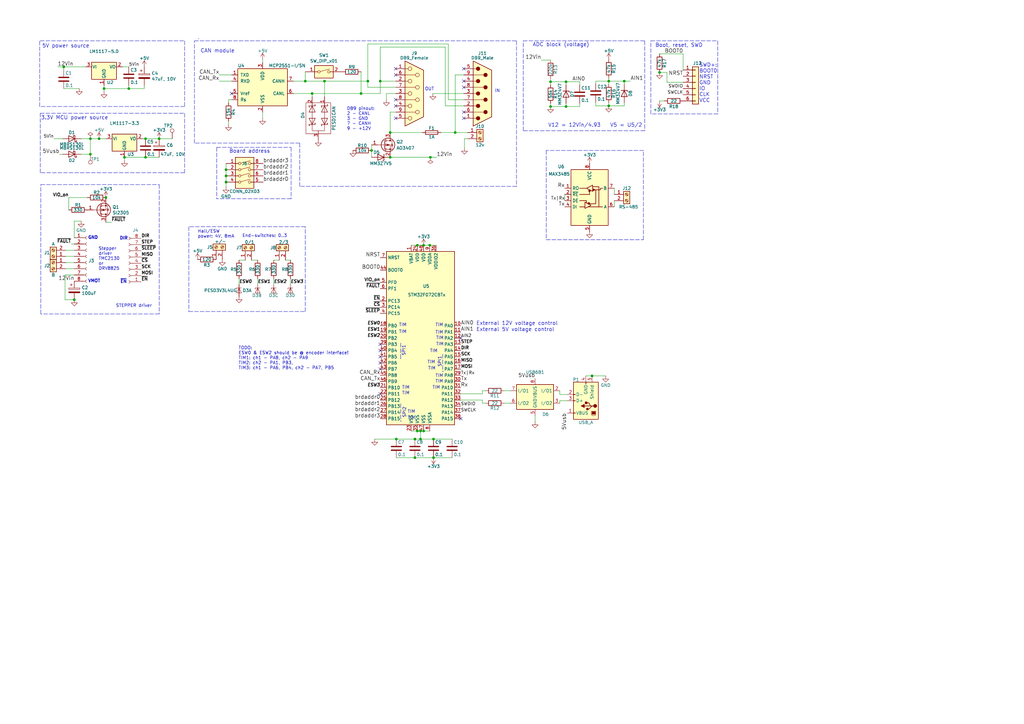
<source format=kicad_sch>
(kicad_sch (version 20211123) (generator eeschema)
  (paper "A3")
  (junction (at 186.69 54.356))
  (junction (at 125.222 33.274))
  (junction (at 232.156 33.528))
  (junction (at 256.032 33.274))
  (junction (at 52.832 36.322))
  (junction (at 37.084 63.246))
  (junction (at 160.02 64.516))
  (junction (at 40.64 56.896))
  (junction (at 43.434 81.026))
  (junction (at 225.806 33.528))
  (junction (at 133.096 33.274))
  (junction (at 171.196 176.784))
  (junction (at 150.876 33.274))
  (junction (at 59.69 64.516))
  (junction (at 92.71 74.676))
  (junction (at 148.082 38.354))
  (junction (at 242.824 154.178))
  (junction (at 128.016 38.354))
  (junction (at 232.156 43.688))
  (junction (at 177.8 187.706))
  (junction (at 171.196 100.584))
  (junction (at 249.682 43.434))
  (junction (at 172.466 180.086))
  (junction (at 170.18 187.706))
  (junction (at 270.51 29.718))
  (junction (at 172.466 176.784))
  (junction (at 173.736 100.584))
  (junction (at 92.71 69.596))
  (junction (at 170.18 180.086))
  (junction (at 173.736 176.784))
  (junction (at 176.276 100.584))
  (junction (at 249.682 33.274))
  (junction (at 65.278 56.896))
  (junction (at 155.956 33.274))
  (junction (at 162.56 180.086))
  (junction (at 30.48 122.936))
  (junction (at 160.02 54.356))
  (junction (at 59.69 56.896))
  (junction (at 152.4 61.722))
  (junction (at 37.084 56.896))
  (junction (at 42.672 36.322))
  (junction (at 177.8 180.086))
  (junction (at 26.162 27.432))
  (junction (at 92.71 72.136))
  (junction (at 51.054 64.516))
  (junction (at 225.806 43.688))
  (junction (at 176.53 64.516))
  (no_connect (at -73.914 42.672))
  (no_connect (at 162.306 48.514))
  (no_connect (at -53.594 40.132))
  (no_connect (at 162.306 43.434))
  (no_connect (at -53.594 37.592))
  (no_connect (at 190.246 35.814))
  (no_connect (at 155.956 141.224))
  (no_connect (at 155.956 146.304))
  (no_connect (at -73.914 35.052))
  (no_connect (at 190.246 28.194))
  (no_connect (at 162.306 28.194))
  (no_connect (at 155.956 148.844))
  (no_connect (at 155.956 151.384))
  (no_connect (at 188.976 138.684))
  (no_connect (at 190.246 48.514))
  (no_connect (at 447.04 290.83))
  (no_connect (at -53.594 42.672))
  (no_connect (at -53.594 35.052))
  (no_connect (at 447.04 303.53))
  (no_connect (at 155.956 143.764))
  (no_connect (at 447.04 309.88))
  (no_connect (at 94.996 38.354))
  (no_connect (at -73.914 37.592))
  (no_connect (at -73.914 40.132))
  (no_connect (at 162.306 30.734))
  (no_connect (at 162.306 40.894))
  (no_connect (at 190.246 33.274))
  (no_connect (at 190.246 45.974))
  (no_connect (at 155.956 161.544))
  (no_connect (at 188.976 171.704))
  (no_connect (at 447.04 297.18))
  (wire (pts (xy 182.626 19.304) (xy 182.626 43.434)))
  (polyline (pts (xy 16.764 128.778) (xy 16.764 75.692)))
  (wire (pts (xy 177.546 38.354) (xy 190.246 38.354)))
  (wire (pts (xy 107.696 45.974) (xy 107.696 48.514)))
  (polyline (pts (xy 75.692 16.764) (xy 75.692 43.688)))
  (wire (pts (xy 33.274 63.246) (xy 37.084 63.246)))
  (wire (pts (xy 182.626 43.434) (xy 190.246 43.434)))
  (wire (pts (xy 280.162 28.702) (xy 280.162 22.098)))
  (wire (pts (xy 229.616 161.798) (xy 232.664 161.798)))
  (wire (pts (xy 242.824 154.178) (xy 240.284 154.178)))
  (wire (pts (xy 26.924 107.696) (xy 30.48 107.696)))
  (wire (pts (xy 270.51 22.098) (xy 280.162 22.098)))
  (wire (pts (xy 152.4 59.436) (xy 152.4 61.722)))
  (polyline (pts (xy 77.47 92.964) (xy 77.47 127.762)))
  (wire (pts (xy 105.664 114.3) (xy 105.664 116.586)))
  (polyline (pts (xy 88.9 60.452) (xy 119.38 60.452)))
  (wire (pts (xy 171.196 176.784) (xy 172.466 176.784)))
  (wire (pts (xy 162.306 45.974) (xy 160.02 45.974)))
  (wire (pts (xy 42.672 36.322) (xy 42.672 37.592)))
  (wire (pts (xy 249.682 42.164) (xy 249.682 43.434)))
  (wire (pts (xy 197.866 164.084) (xy 188.976 164.084)))
  (wire (pts (xy 176.276 176.784) (xy 173.736 176.784)))
  (polyline (pts (xy 266.954 46.736) (xy 266.954 16.764)))
  (polyline (pts (xy 264.414 53.594) (xy 214.63 53.594)))
  (wire (pts (xy 172.466 176.784) (xy 173.736 176.784)))
  (wire (pts (xy 155.956 33.274) (xy 155.956 38.354)))
  (wire (pts (xy 176.53 64.516) (xy 179.07 64.516)))
  (wire (pts (xy 172.466 180.086) (xy 177.8 180.086)))
  (wire (pts (xy 177.8 180.086) (xy 185.42 180.086)))
  (wire (pts (xy 170.18 180.086) (xy 172.466 180.086)))
  (wire (pts (xy 249.682 32.004) (xy 249.682 33.274)))
  (wire (pts (xy 45.72 91.186) (xy 43.434 91.186)))
  (wire (pts (xy 225.806 33.528) (xy 225.806 34.798)))
  (wire (pts (xy 26.67 112.776) (xy 26.67 122.936)))
  (wire (pts (xy 160.02 45.974) (xy 160.02 54.356)))
  (wire (pts (xy 251.968 82.296) (xy 251.968 84.836)))
  (wire (pts (xy 186.69 30.734) (xy 186.69 54.356)))
  (wire (pts (xy 249.682 43.434) (xy 244.348 43.434)))
  (wire (pts (xy 232.156 34.798) (xy 232.156 33.528)))
  (wire (pts (xy 171.196 100.584) (xy 173.736 100.584)))
  (wire (pts (xy 225.806 32.258) (xy 225.806 33.528)))
  (wire (pts (xy 150.876 18.034) (xy 150.876 33.274)))
  (wire (pts (xy 158.496 38.354) (xy 158.496 40.894)))
  (wire (pts (xy 128.016 39.624) (xy 128.016 38.354)))
  (polyline (pts (xy 88.9 60.452) (xy 88.9 81.534)))
  (wire (pts (xy 128.016 38.354) (xy 148.082 38.354)))
  (wire (pts (xy 186.69 54.356) (xy 191.77 54.356)))
  (polyline (pts (xy 119.38 81.534) (xy 88.9 81.534)))
  (polyline (pts (xy 16.51 46.482) (xy 75.692 46.482)))
  (wire (pts (xy 29.21 100.076) (xy 30.48 100.076)))
  (wire (pts (xy 125.222 29.464) (xy 125.222 33.274)))
  (wire (pts (xy 231.648 82.296) (xy 231.648 79.756)))
  (wire (pts (xy 30.48 97.536) (xy 30.48 90.678)))
  (wire (pts (xy 119.126 114.3) (xy 119.126 116.586)))
  (wire (pts (xy 183.896 40.894) (xy 183.896 18.034)))
  (polyline (pts (xy 16.51 16.764) (xy 75.692 16.764)))
  (polyline (pts (xy 294.386 46.736) (xy 266.954 46.736)))
  (wire (pts (xy 125.222 33.274) (xy 133.096 33.274)))
  (wire (pts (xy 94.996 30.734) (xy 89.916 30.734)))
  (polyline (pts (xy 164.338 140.716) (xy 164.338 147.066)))
  (wire (pts (xy 65.278 56.896) (xy 70.612 56.896)))
  (polyline (pts (xy 119.38 60.452) (xy 119.38 81.534)))
  (polyline (pts (xy 224.028 61.722) (xy 224.028 98.298)))
  (polyline (pts (xy 122.936 76.454) (xy 122.936 58.674)))
  (wire (pts (xy 188.976 161.544) (xy 197.866 161.544)))
  (wire (pts (xy 58.674 56.896) (xy 59.69 56.896)))
  (wire (pts (xy 92.71 74.676) (xy 92.71 76.708)))
  (polyline (pts (xy 16.51 70.866) (xy 16.51 46.482)))
  (wire (pts (xy 153.67 180.086) (xy 162.56 180.086)))
  (wire (pts (xy 98.044 106.68) (xy 100.584 106.68)))
  (wire (pts (xy 170.18 187.706) (xy 177.8 187.706)))
  (polyline (pts (xy 224.028 98.298) (xy 263.906 98.298)))
  (wire (pts (xy 197.866 160.274) (xy 199.136 160.274)))
  (wire (pts (xy 232.156 43.688) (xy 232.156 42.418)))
  (wire (pts (xy 51.054 64.516) (xy 59.69 64.516)))
  (wire (pts (xy 251.968 77.216) (xy 251.968 79.756)))
  (wire (pts (xy 150.876 33.274) (xy 150.876 35.814)))
  (wire (pts (xy 120.396 33.274) (xy 125.222 33.274)))
  (wire (pts (xy 133.096 33.274) (xy 150.876 33.274)))
  (wire (pts (xy 65.278 56.896) (xy 59.69 56.896)))
  (wire (pts (xy 30.48 122.936) (xy 26.67 122.936)))
  (wire (pts (xy 225.806 33.528) (xy 232.156 33.528)))
  (wire (pts (xy 244.348 33.274) (xy 249.682 33.274)))
  (wire (pts (xy 93.726 42.164) (xy 93.726 40.894)))
  (polyline (pts (xy 181.61 152.4) (xy 181.864 152.4)))
  (wire (pts (xy 22.098 56.896) (xy 25.654 56.896)))
  (wire (pts (xy 26.162 28.702) (xy 26.162 27.432)))
  (wire (pts (xy 25.654 63.246) (xy 24.384 63.246)))
  (wire (pts (xy 30.48 90.678) (xy 33.274 90.678)))
  (wire (pts (xy 112.268 114.3) (xy 112.268 116.586)))
  (wire (pts (xy 225.806 43.688) (xy 232.156 43.688)))
  (wire (pts (xy 30.48 105.156) (xy 26.924 105.156)))
  (wire (pts (xy 273.558 33.782) (xy 273.558 29.718)))
  (wire (pts (xy 229.616 164.338) (xy 232.664 164.338)))
  (wire (pts (xy 133.096 39.624) (xy 133.096 33.274)))
  (wire (pts (xy 229.616 160.274) (xy 229.616 161.798)))
  (wire (pts (xy 59.182 36.322) (xy 59.182 35.052)))
  (wire (pts (xy 229.616 164.338) (xy 229.616 165.354)))
  (wire (pts (xy 26.924 102.616) (xy 30.48 102.616)))
  (wire (pts (xy 221.996 24.638) (xy 225.806 24.638)))
  (wire (pts (xy 148.082 29.464) (xy 148.082 38.354)))
  (polyline (pts (xy 266.954 16.764) (xy 294.386 16.764)))
  (wire (pts (xy 168.656 100.584) (xy 171.196 100.584)))
  (wire (pts (xy 256.032 33.274) (xy 258.572 33.274)))
  (wire (pts (xy 42.672 35.052) (xy 42.672 36.322)))
  (wire (pts (xy 152.4 61.722) (xy 152.4 64.516)))
  (polyline (pts (xy 263.906 98.298) (xy 263.906 61.722)))
  (wire (pts (xy 173.736 100.584) (xy 176.276 100.584)))
  (wire (pts (xy 190.5 56.896) (xy 191.77 56.896)))
  (wire (pts (xy 65.278 64.516) (xy 59.69 64.516)))
  (polyline (pts (xy 79.756 16.764) (xy 211.836 16.764)))
  (wire (pts (xy 92.71 72.136) (xy 92.71 74.676)))
  (wire (pts (xy 190.5 60.706) (xy 190.5 56.896)))
  (polyline (pts (xy 16.764 75.692) (xy 65.278 75.692)))
  (polyline (pts (xy 214.63 16.764) (xy 264.414 16.764)))
  (wire (pts (xy 190.246 40.894) (xy 183.896 40.894)))
  (wire (pts (xy 33.274 56.896) (xy 37.084 56.896)))
  (wire (pts (xy 98.044 114.3) (xy 98.044 116.586)))
  (wire (pts (xy 177.8 187.706) (xy 185.42 187.706)))
  (polyline (pts (xy 122.936 58.674) (xy 79.756 58.674)))
  (wire (pts (xy 107.696 24.384) (xy 107.696 25.654)))
  (wire (pts (xy 52.832 36.322) (xy 59.182 36.322)))
  (wire (pts (xy 51.054 65.786) (xy 51.054 64.516)))
  (wire (pts (xy 26.162 36.322) (xy 32.512 36.322)))
  (wire (pts (xy 155.956 19.304) (xy 182.626 19.304)))
  (wire (pts (xy 256.032 43.434) (xy 256.032 42.164)))
  (wire (pts (xy 273.558 29.718) (xy 270.51 29.718)))
  (wire (pts (xy 209.296 165.354) (xy 206.756 165.354)))
  (wire (pts (xy 52.832 36.322) (xy 52.832 35.052)))
  (wire (pts (xy 120.396 38.354) (xy 128.016 38.354)))
  (polyline (pts (xy 164.338 172.72) (xy 164.592 172.72)))
  (wire (pts (xy 249.682 33.274) (xy 249.682 34.544)))
  (wire (pts (xy 26.162 27.432) (xy 35.052 27.432)))
  (wire (pts (xy 219.456 172.974) (xy 219.456 170.434)))
  (wire (pts (xy 93.726 51.054) (xy 93.726 49.784)))
  (polyline (pts (xy 164.338 147.066) (xy 164.084 147.066)))
  (wire (pts (xy 155.956 19.304) (xy 155.956 33.274)))
  (polyline (pts (xy 264.414 16.764) (xy 264.414 53.594)))
  (wire (pts (xy 93.726 40.894) (xy 94.996 40.894)))
  (wire (pts (xy 30.48 110.236) (xy 26.924 110.236)))
  (polyline (pts (xy 125.222 92.964) (xy 77.47 92.964)))
  (polyline (pts (xy 211.836 16.764) (xy 211.836 76.454)))
  (wire (pts (xy 244.348 34.29) (xy 244.348 33.274)))
  (polyline (pts (xy 294.386 16.764) (xy 294.386 46.736)))
  (wire (pts (xy 183.896 18.034) (xy 150.876 18.034)))
  (wire (pts (xy 42.672 36.322) (xy 52.832 36.322)))
  (wire (pts (xy 28.194 81.026) (xy 35.814 81.026)))
  (wire (pts (xy 103.124 106.68) (xy 105.664 106.68)))
  (polyline (pts (xy 65.278 75.692) (xy 65.278 128.778)))
  (wire (pts (xy 244.348 41.91) (xy 244.348 43.434)))
  (polyline (pts (xy 65.278 128.778) (xy 16.764 128.778)))
  (polyline (pts (xy 211.836 76.454) (xy 122.936 76.454)))
  (wire (pts (xy 50.292 27.432) (xy 52.832 27.432)))
  (polyline (pts (xy 75.692 46.482) (xy 75.692 70.866)))
  (wire (pts (xy 180.848 54.356) (xy 186.69 54.356)))
  (polyline (pts (xy 79.756 58.674) (xy 79.756 16.764)))
  (wire (pts (xy 173.228 54.356) (xy 160.02 54.356)))
  (wire (pts (xy 249.682 33.274) (xy 256.032 33.274)))
  (wire (pts (xy 114.554 106.68) (xy 112.268 106.68)))
  (wire (pts (xy 37.084 63.246) (xy 37.084 56.896)))
  (wire (pts (xy 160.02 64.516) (xy 176.53 64.516)))
  (wire (pts (xy 172.466 176.784) (xy 172.466 180.086)))
  (wire (pts (xy 206.756 160.274) (xy 209.296 160.274)))
  (polyline (pts (xy 75.692 70.866) (xy 16.51 70.866)))
  (wire (pts (xy 117.094 106.68) (xy 119.126 106.68)))
  (wire (pts (xy 162.306 38.354) (xy 158.496 38.354)))
  (wire (pts (xy 197.866 165.354) (xy 197.866 164.084)))
  (wire (pts (xy 232.156 43.688) (xy 237.744 43.688)))
  (wire (pts (xy 237.744 43.688) (xy 237.744 42.418)))
  (wire (pts (xy 280.162 33.782) (xy 273.558 33.782)))
  (wire (pts (xy 225.806 42.418) (xy 225.806 43.688)))
  (polyline (pts (xy 81.534 15.748) (xy 81.534 16.002)))
  (polyline (pts (xy 181.61 145.288) (xy 181.61 152.4)))
  (polyline (pts (xy 214.63 53.594) (xy 214.63 16.764)))
  (wire (pts (xy 256.032 34.544) (xy 256.032 33.274)))
  (polyline (pts (xy 125.222 127.762) (xy 125.222 92.964)))
  (wire (pts (xy 248.412 154.178) (xy 242.824 154.178)))
  (wire (pts (xy 270.51 41.402) (xy 272.542 41.402)))
  (wire (pts (xy 162.56 187.706) (xy 170.18 187.706)))
  (wire (pts (xy 186.69 30.734) (xy 190.246 30.734)))
  (wire (pts (xy 232.156 33.528) (xy 237.744 33.528)))
  (wire (pts (xy 197.866 161.544) (xy 197.866 160.274)))
  (polyline (pts (xy 16.256 43.688) (xy 16.256 16.764)))
  (wire (pts (xy 150.876 35.814) (xy 162.306 35.814)))
  (wire (pts (xy 37.084 56.896) (xy 40.64 56.896)))
  (wire (pts (xy 176.276 100.584) (xy 178.816 100.584)))
  (wire (pts (xy 92.71 69.596) (xy 92.71 72.136)))
  (wire (pts (xy 249.682 43.434) (xy 256.032 43.434)))
  (wire (pts (xy 237.744 34.798) (xy 237.744 33.528)))
  (wire (pts (xy 199.136 165.354) (xy 197.866 165.354)))
  (polyline (pts (xy 164.338 165.608) (xy 164.338 172.72)))
  (wire (pts (xy 30.48 112.776) (xy 26.67 112.776)))
  (wire (pts (xy 155.956 33.274) (xy 162.306 33.274)))
  (wire (pts (xy 168.656 176.784) (xy 171.196 176.784)))
  (wire (pts (xy 23.622 27.432) (xy 26.162 27.432)))
  (wire (pts (xy 162.56 180.086) (xy 170.18 180.086)))
  (wire (pts (xy 94.996 33.274) (xy 89.916 33.274)))
  (wire (pts (xy 92.71 67.056) (xy 92.71 69.596)))
  (wire (pts (xy 28.194 86.106) (xy 28.194 81.026)))
  (polyline (pts (xy 75.692 43.688) (xy 16.256 43.688)))
  (polyline (pts (xy 263.906 61.722) (xy 224.028 61.722)))
  (wire (pts (xy 40.64 56.896) (xy 43.434 56.896)))
  (wire (pts (xy 148.082 38.354) (xy 155.956 38.354)))
  (polyline (pts (xy 77.47 127.762) (xy 125.222 127.762)))
  (text "TIM" (at 178.816 139.446 0) (effects (font (size 1.27 1.27)) (justify left bottom)))
  (text "TIM" (at 178.562 157.226 0) (effects (font (size 1.27 1.27)) (justify left bottom)))
  (text "TIM" (at 175.26 149.352 0) (effects (font (size 1.27 1.27)) (justify left bottom)))
  (text "Hall/ESW\npower: 4V, 8mA" (at 81.026 97.79 0) (effects (font (size 1.27 1.27)) (justify left bottom)))
  (text "CAN module" (at 96.266 21.844 180) (effects (font (size 1.524 1.524)) (justify right bottom)))
  (text "TIM" (at 178.562 137.16 0) (effects (font (size 1.27 1.27)) (justify left bottom)))
  (text "End-switches: 0..3" (at 99.314 97.536 0) (effects (font (size 1.27 1.27)) (justify left bottom)))
  (text "IN" (at 202.946 38.1 0) (effects (font (size 1.27 1.27)) (justify left bottom)))
  (text "TIM" (at 177.292 159.766 0) (effects (font (size 1.27 1.27)) (justify left bottom)))
  (text "5V power source" (at 17.272 19.812 0) (effects (font (size 1.524 1.524)) (justify left bottom)))
  (text "TIM" (at 167.132 172.212 0) (effects (font (size 1.27 1.27)) (justify left bottom)))
  (text "Need isolated DC-DC" (at -73.66 47.244 0) (effects (font (size 1.27 1.27)) (justify left bottom)))
  (text "OUT" (at 174.244 37.338 0) (effects (font (size 1.27 1.27)) (justify left bottom)))
  (text "TIM" (at 175.514 151.892 0) (effects (font (size 1.27 1.27)) (justify left bottom)))
  (text "GND" (at 36.068 98.298 0) (effects (font (size 1.27 1.27) (thickness 0.254) bold) (justify left bottom)))
  (text "External 5V voltage control" (at 195.326 136.144 0) (effects (font (size 1.524 1.524)) (justify left bottom)))
  (text "TIM" (at 163.576 134.112 0) (effects (font (size 1.27 1.27)) (justify left bottom)))
  (text "Boot, reset, SWD" (at 268.732 19.558 0) (effects (font (size 1.524 1.524)) (justify left bottom)))
  (text "SPI2" (at 166.624 171.45 90) (effects (font (size 1.27 1.27)) (justify left bottom)))
  (text "TIM" (at 167.132 169.672 0) (effects (font (size 1.27 1.27)) (justify left bottom)))
  (text "TIM" (at 178.816 141.986 0) (effects (font (size 1.27 1.27)) (justify left bottom)))
  (text "TIM" (at 164.846 159.766 0) (effects (font (size 1.27 1.27)) (justify left bottom)))
  (text "Board address" (at 93.98 62.992 0) (effects (font (size 1.524 1.524)) (justify left bottom)))
  (text "TIM" (at 176.276 144.78 0) (effects (font (size 1.27 1.27)) (justify left bottom)))
  (text "Stepper\ndriver\nTMC2130\nor\nDRV8825" (at 40.386 110.998 0) (effects (font (size 1.27 1.27)) (justify left bottom)))
  (text "ADC block (voltage)" (at 218.44 19.304 0) (effects (font (size 1.524 1.524)) (justify left bottom)))
  (text "DIR" (at 49.022 98.552 0) (effects (font (size 1.27 1.27) (thickness 0.254) bold) (justify left bottom)))
  (text "TIM" (at 163.576 136.906 0) (effects (font (size 1.27 1.27)) (justify left bottom)))
  (text "SPI1" (at 166.37 146.05 90) (effects (font (size 1.27 1.27)) (justify left bottom)))
  (text "~{EN}" (at 49.276 116.332 0) (effects (font (size 1.27 1.27) (thickness 0.254) bold) (justify left bottom)))
  (text "STEPPER driver" (at 47.498 126.238 0) (effects (font (size 1.27 1.27)) (justify left bottom)))
  (text "V12 = 12Vin/4.93" (at 224.79 52.324 0) (effects (font (size 1.524 1.524)) (justify left bottom)))
  (text "TIM" (at 178.562 134.112 0) (effects (font (size 1.27 1.27)) (justify left bottom)))
  (text "DB9 pinout:\n2 - CANL\n3 - GND\n7 - CANH\n9 - +12V" (at 142.24 53.594 0) (effects (font (size 1.27 1.27)) (justify left bottom)))
  (text "TODO:\nESW0 & ESW2 should be @ encoder interface!\nTIM1: ch1 - PA8, ch2 - PA9\nTIM2: ch2 - PA1, PB3, \nTIM3: ch1 - PA6, PB4, ch2 - PA7, PB5" (at 97.79 151.765 0) (effects (font (size 1.27 1.27)) (justify left bottom)))
  (text "External 12V voltage control" (at 195.326 133.604 0) (effects (font (size 1.524 1.524)) (justify left bottom)))
  (text "V5 = U5/2" (at 250.19 52.324 0) (effects (font (size 1.524 1.524)) (justify left bottom)))
  (text "TIM" (at 178.562 154.94 0) (effects (font (size 1.27 1.27)) (justify left bottom)))
  (text "TIM" (at 164.846 162.052 0) (effects (font (size 1.27 1.27)) (justify left bottom)))
  (text "SPI1" (at 181.102 150.622 90) (effects (font (size 1.27 1.27)) (justify left bottom)))
  (text "3.3V MCU power source" (at 16.764 49.276 0) (effects (font (size 1.524 1.524)) (justify left bottom)))
  (text "SWD+:\nBOOT0\nNRST\nGND\nIO\nCLK\nVCC" (at 286.766 42.164 0) (effects (font (size 1.4986 1.4986)) (justify left bottom)))
  (text "VMOT" (at 36.068 116.078 0) (effects (font (size 1.27 1.27) (thickness 0.254) bold) (justify left bottom)))
  (label "BOOT0" (at 155.956 110.744 180) (effects (font (size 1.524 1.524))))
  (label "brdaddr1" (at 107.95 72.136 0) (effects (font (size 1.524 1.524))))
  (label "DIR" (at 188.976 143.764 0) (effects (font (thickness 0.254) bold)))
  (label "brdaddr3" (at 155.956 171.704 180) (effects (font (size 1.524 1.524))))
  (label "VIO_on" (at 155.956 115.824 180) (effects (font (thickness 0.254) bold)))
  (label "brdaddr3" (at 107.95 67.056 0) (effects (font (size 1.524 1.524))))
  (label "DIR" (at 57.912 97.79 0) (effects (font (thickness 0.254) bold)))
  (label "CAN_Rx" (at 89.916 33.274 180) (effects (font (size 1.524 1.524))))
  (label "AIN2" (at 188.976 138.684 0))
  (label "STEP" (at 188.976 141.224 0) (effects (font (thickness 0.254) bold)))
  (label "MOSI" (at 57.912 113.03 0) (effects (font (thickness 0.254) bold)))
  (label "AIN1" (at 188.976 136.144 0) (effects (font (size 1.524 1.524))))
  (label "MOSI" (at 188.976 151.384 0) (effects (font (thickness 0.254) bold)))
  (label "ESW0" (at 98.044 116.586 0) (effects (font (thickness 0.254) bold italic)))
  (label "ESW1" (at 105.664 116.586 0) (effects (font (thickness 0.254) bold italic)))
  (label "~{FAULT}" (at 155.956 118.364 180) (effects (font (thickness 0.254) bold)))
  (label "12Vin" (at 30.48 115.316 180) (effects (font (size 1.524 1.524))))
  (label "5Vusb" (at 232.664 169.418 270) (effects (font (size 1.524 1.524))))
  (label "SCK" (at 57.912 110.49 0) (effects (font (thickness 0.254) bold)))
  (label "brdaddr0" (at 107.95 74.676 0) (effects (font (size 1.524 1.524))))
  (label "~{EN}" (at 155.956 123.444 180) (effects (font (thickness 0.254) bold)))
  (label "ESW3" (at 119.126 116.586 0) (effects (font (thickness 0.254) bold italic)))
  (label "12Vin" (at 23.622 27.432 0) (effects (font (size 1.524 1.524))))
  (label "AIN0" (at 234.696 33.528 0) (effects (font (size 1.524 1.524))))
  (label "SWDIO" (at 188.976 166.624 0))
  (label "Rx" (at 231.648 77.216 180) (effects (font (size 1.524 1.524))))
  (label "SWCLK" (at 280.162 38.862 180))
  (label "Tx|Rx" (at 188.976 153.924 0))
  (label "12Vin" (at 221.996 24.638 180) (effects (font (size 1.524 1.524))))
  (label "ESW2" (at 112.268 116.586 0) (effects (font (thickness 0.254) bold italic)))
  (label "STEP" (at 57.912 100.33 0) (effects (font (thickness 0.254) bold)))
  (label "~{FAULT}" (at 29.21 100.076 180) (effects (font (thickness 0.254) bold)))
  (label "~{SLEEP}" (at 155.956 128.524 180) (effects (font (thickness 0.254) bold)))
  (label "CAN_Tx" (at 89.916 30.734 180) (effects (font (size 1.524 1.524))))
  (label "5Vin" (at 22.098 56.896 180))
  (label "brdaddr1" (at 155.956 166.624 180) (effects (font (size 1.524 1.524))))
  (label "AIN1" (at 258.572 33.274 0) (effects (font (size 1.524 1.524))))
  (label "ESW3" (at 155.956 159.004 180) (effects (font (thickness 0.254) bold italic)))
  (label "SWDIO" (at 280.162 36.322 180))
  (label "brdaddr2" (at 107.95 69.596 0) (effects (font (size 1.524 1.524))))
  (label "SCK" (at 188.976 146.304 0) (effects (font (thickness 0.254) bold)))
  (label "Rx" (at 188.976 159.004 0) (effects (font (size 1.524 1.524))))
  (label "brdaddr2" (at 155.956 169.164 180) (effects (font (size 1.524 1.524))))
  (label "CAN_Tx" (at 155.956 156.464 180) (effects (font (size 1.524 1.524))))
  (label "AIN0" (at 188.976 133.604 0) (effects (font (size 1.524 1.524))))
  (label "~{FAULT}" (at 45.72 91.186 0) (effects (font (thickness 0.254) bold)))
  (label "Tx" (at 188.976 156.464 0) (effects (font (size 1.524 1.524))))
  (label "NRST" (at 280.162 31.242 180) (effects (font (size 1.524 1.524))))
  (label "MISO" (at 57.912 105.41 0) (effects (font (thickness 0.254) bold)))
  (label "12Vin" (at 179.07 64.516 0) (effects (font (size 1.524 1.524))))
  (label "5Vin" (at 52.832 27.432 0))
  (label "5Vusb" (at 219.456 155.194 180) (effects (font (size 1.524 1.524))))
  (label "BOOT0" (at 280.162 22.098 180) (effects (font (size 1.524 1.524))))
  (label "SWCLK" (at 188.976 169.164 0))
  (label "Tx" (at 231.648 84.836 180) (effects (font (size 1.524 1.524))))
  (label "Tx|Rx" (at 231.648 82.296 180))
  (label "VIO_on" (at 28.194 81.026 180) (effects (font (thickness 0.254) bold)))
  (label "5Vusb" (at 24.384 63.246 180) (effects (font (size 1.524 1.524))))
  (label "NRST" (at 155.956 105.664 180) (effects (font (size 1.524 1.524))))
  (label "ESW2" (at 155.956 138.684 180) (effects (font (thickness 0.254) bold italic)))
  (label "~{CS}" (at 57.912 107.95 0) (effects (font (thickness 0.254) bold)))
  (label "MISO" (at 188.976 148.844 0) (effects (font (thickness 0.254) bold)))
  (label "brdaddr0" (at 155.956 164.084 180) (effects (font (size 1.524 1.524))))
  (label "ESW0" (at 155.956 133.604 180) (effects (font (thickness 0.254) bold italic)))
  (label "~{CS}" (at 155.956 125.984 180) (effects (font (thickness 0.254) bold)))
  (label "~{EN}" (at 57.912 115.57 0) (effects (font (thickness 0.254) bold)))
  (label "ESW1" (at 155.956 136.144 180) (effects (font (thickness 0.254) bold italic)))
  (label "CAN_Rx" (at 155.956 153.924 180) (effects (font (size 1.524 1.524))))
  (label "~{SLEEP}" (at 57.912 102.87 0) (effects (font (thickness 0.254) bold)))
  (symbol (lib_id "Device:C") (at 162.56 183.896 0) (unit 1)
    (property "Reference" "C7" (at 163.195 181.356 0) (effects (justify left)))
    (property "Value" "0.1" (at 163.195 186.436 0) (effects (justify left)))
    (property "Footprint" "Capacitor_SMD:C_0603_1608Metric_Pad1.05x0.95mm_HandSolder" (effects hide))
  )
  (symbol (lib_id "stm32-rescue:LM1117-3.3-Regulator_Linear") (at 51.054 56.896 0) (unit 1)
    (property "Reference" "U3" (at 53.594 63.246 0))
    (property "Value" "LM1117-3.3" (at 51.054 50.546 0))
    (property "Footprint" "TO_SOT_Packages_SMD:SOT-223-3_TabPin2" (effects hide))
  )
  (symbol (lib_id "stm32-rescue:MCP2551-I-SN-Interface_CAN_LIN") (at 107.696 35.814 0) (unit 1)
    (property "Reference" "U4" (at 97.536 26.924 0) (effects (justify left)))
    (property "Value" "MCP2551-I/SN" (at 110.236 26.924 0) (effects (justify left)))
    (property "Footprint" "Package_SO:SOIC-8_3.9x4.9mm_P1.27mm" (effects hide))
  )
  (symbol (lib_id "stm32-rescue:USB_B-Connector") (at 240.284 164.338 180) (unit 1)
    (property "Reference" "P1" (at 236.22 155.702 0))
    (property "Value" "USB_A" (at 240.284 173.228 0))
    (property "Footprint" "Connectors_USB:USB_B_OST_USB-B1HSxx_Horizontal" (effects hide))
  )
  (symbol (lib_id "stm32-rescue:GND-power") (at 32.512 36.322 0) (unit 1)
    (property "Reference" "#PWR03" (effects hide))
    (property "Value" "GND" (effects hide))
  )
  (symbol (lib_id "stm32-rescue:GND-power") (at 51.054 65.786 0) (unit 1)
    (property "Reference" "#PWR07" (effects hide))
    (property "Value" "GND" (effects hide))
  )
  (symbol (lib_id "stm32-rescue:+3.3V-power") (at 65.278 56.896 0) (unit 1)
    (property "Reference" "#PWR08" (effects hide))
    (property "Value" "+3.3V" (at 65.278 53.34 0))
  )
  (symbol (lib_id "elements:PESD1CAN") (at 133.096 47.244 270) (unit 1)
    (property "Reference" "D4" (at 124.206 47.244 0))
    (property "Value" "PESD1CAN" (at 136.906 48.514 0))
    (property "Footprint" "TO_SOT_Packages_SMD:SOT-23_Handsoldering" (effects hide))
  )
  (symbol (lib_id "stm32-rescue:GND-power") (at 130.556 57.404 0) (unit 1)
    (property "Reference" "#PWR017" (effects hide))
    (property "Value" "GND" (effects hide))
  )
  (symbol (lib_id "stm32-rescue:+5V-power") (at 107.696 24.384 0) (unit 1)
    (property "Reference" "#PWR015" (effects hide))
    (property "Value" "+5V" (at 107.696 20.828 0))
  )
  (symbol (lib_id "Device:R") (at 93.726 45.974 0) (unit 1)
    (property "Reference" "R4" (at 95.758 45.974 90))
    (property "Value" "15k" (at 93.726 45.974 90))
    (property "Footprint" "Resistor_SMD:R_0603_1608Metric_Pad1.05x0.95mm_HandSolder" (effects hide))
  )
  (symbol (lib_id "stm32-rescue:GND-power") (at 107.696 48.514 0) (unit 1)
    (property "Reference" "#PWR016" (effects hide))
    (property "Value" "GND" (effects hide))
  )
  (symbol (lib_id "stm32-rescue:GND-power") (at 93.726 51.054 0) (unit 1)
    (property "Reference" "#PWR013" (effects hide))
    (property "Value" "GND" (effects hide))
  )
  (symbol (lib_id "Device:R") (at 144.272 29.464 90) (unit 1)
    (property "Reference" "R9" (at 144.272 27.432 90))
    (property "Value" "120" (at 144.272 29.464 90))
    (property "Footprint" "Resistor_SMD:R_0603_1608Metric_Pad1.05x0.95mm_HandSolder" (effects hide))
  )
  (symbol (lib_id "Device:C") (at 170.18 183.896 0) (unit 1)
    (property "Reference" "C8" (at 170.815 181.356 0) (effects (justify left)))
    (property "Value" "0.1" (at 170.815 186.436 0) (effects (justify left)))
    (property "Footprint" "Capacitor_SMD:C_0603_1608Metric_Pad1.05x0.95mm_HandSolder" (effects hide))
  )
  (symbol (lib_id "Device:C") (at 177.8 183.896 0) (unit 1)
    (property "Reference" "C9" (at 178.435 181.356 0) (effects (justify left)))
    (property "Value" "0.1" (at 178.435 186.436 0) (effects (justify left)))
    (property "Footprint" "Capacitor_SMD:C_0603_1608Metric_Pad1.05x0.95mm_HandSolder" (effects hide))
  )
  (symbol (lib_id "stm32-rescue:USB6B1-Power_Protection") (at 219.456 162.814 0) (mirror y) (unit 1)
    (property "Reference" "D6" (at 223.774 169.926 0))
    (property "Value" "USB6B1" (at 219.456 152.654 0))
    (property "Footprint" "Package_SO:SOIC-8_3.9x4.9mm_P1.27mm" (effects hide))
  )
  (symbol (lib_id "stm32-rescue:GND-power") (at 270.51 29.718 0) (unit 1)
    (property "Reference" "#PWR032" (effects hide))
    (property "Value" "GND" (effects hide))
  )
  (symbol (lib_id "stm32-rescue:+3.3V-power") (at 177.8 187.706 180) (unit 1)
    (property "Reference" "#PWR023" (effects hide))
    (property "Value" "+3.3V" (at 177.8 191.262 0))
  )
  (symbol (lib_id "stm32-rescue:GND-power") (at 153.67 180.086 0) (unit 1)
    (property "Reference" "#PWR019" (effects hide))
    (property "Value" "GND" (effects hide))
  )
  (symbol (lib_id "Device:R") (at 225.806 28.448 0) (unit 1)
    (property "Reference" "R13" (at 227.838 28.448 90))
    (property "Value" "220k" (at 225.806 28.448 90))
    (property "Footprint" "Resistor_SMD:R_0603_1608Metric_Pad1.05x0.95mm_HandSolder" (effects hide))
  )
  (symbol (lib_id "Device:R") (at 225.806 38.608 0) (unit 1)
    (property "Reference" "R14" (at 227.838 38.608 90))
    (property "Value" "56k" (at 225.806 38.608 90))
    (property "Footprint" "Resistor_SMD:R_0603_1608Metric_Pad1.05x0.95mm_HandSolder" (effects hide))
  )
  (symbol (lib_id "Device:R") (at 249.682 28.194 0) (unit 1)
    (property "Reference" "R15" (at 251.714 28.194 90))
    (property "Value" "47k" (at 249.682 28.194 90))
    (property "Footprint" "Resistor_SMD:R_0603_1608Metric_Pad1.05x0.95mm_HandSolder" (effects hide))
  )
  (symbol (lib_id "Device:R") (at 249.682 38.354 0) (unit 1)
    (property "Reference" "R16" (at 251.714 38.354 90))
    (property "Value" "47k" (at 249.682 38.354 90))
    (property "Footprint" "Resistor_SMD:R_0603_1608Metric_Pad1.05x0.95mm_HandSolder" (effects hide))
  )
  (symbol (lib_id "stm32-rescue:GND-power") (at 219.456 172.974 0) (unit 1)
    (property "Reference" "#PWR025" (effects hide))
    (property "Value" "GND" (effects hide))
  )
  (symbol (lib_id "stm32-rescue:GND-power") (at 225.806 43.688 0) (unit 1)
    (property "Reference" "#PWR026" (effects hide))
    (property "Value" "GND" (effects hide))
  )
  (symbol (lib_id "stm32-rescue:GND-power") (at 249.682 43.434 0) (unit 1)
    (property "Reference" "#PWR031" (effects hide))
    (property "Value" "GND" (effects hide))
  )
  (symbol (lib_id "Device:C") (at 185.42 183.896 0) (unit 1)
    (property "Reference" "C10" (at 186.055 181.356 0) (effects (justify left)))
    (property "Value" "0.1" (at 186.055 186.436 0) (effects (justify left)))
    (property "Footprint" "Capacitor_SMD:C_0603_1608Metric_Pad1.05x0.95mm_HandSolder" (effects hide))
  )
  (symbol (lib_id "stm32-rescue:PWR_FLAG-power") (at 176.53 64.516 180) (unit 1)
    (property "Reference" "#FLG01" (effects hide))
    (property "Value" "PWR_FLAG" (effects hide))
  )
  (symbol (lib_id "stm32-rescue:GND-power") (at 248.412 154.178 0) (unit 1)
    (property "Reference" "#PWR029" (effects hide))
    (property "Value" "GND" (at 248.412 157.988 0))
  )
  (symbol (lib_id "Device:R") (at 270.51 25.908 0) (unit 1)
    (property "Reference" "R17" (at 272.542 25.908 90))
    (property "Value" "47k" (at 270.51 25.908 90))
    (property "Footprint" "Resistor_SMD:R_0603_1608Metric_Pad1.05x0.95mm_HandSolder" (effects hide))
  )
  (symbol (lib_id "Device:Q_PMOS_GSD") (at 157.48 59.436 0) (unit 1)
    (property "Reference" "Q2" (at 162.56 58.166 0) (effects (justify left)))
    (property "Value" "AO3407" (at 162.56 60.706 0) (effects (justify left)))
    (property "Footprint" "TO_SOT_Packages_SMD:SOT-23_Handsoldering" (effects hide))
  )
  (symbol (lib_id "stm32-rescue:Conn_01x01-Connector_Generic") (at 452.12 290.83 0) (unit 1)
    (property "Reference" "P2" (at 452.12 288.29 0))
    (property "Value" "Hole" (at 454.66 290.83 90))
    (property "Footprint" "MountingHole:MountingHole_3.2mm_M3" (effects hide))
  )
  (symbol (lib_id "stm32-rescue:Conn_01x01-Connector_Generic") (at 452.12 297.18 0) (unit 1)
    (property "Reference" "P3" (at 452.12 294.64 0))
    (property "Value" "Hole" (at 454.66 297.18 90))
    (property "Footprint" "MountingHole:MountingHole_3.2mm_M3" (effects hide))
  )
  (symbol (lib_id "stm32-rescue:Conn_01x01-Connector_Generic") (at 452.12 303.53 0) (unit 1)
    (property "Reference" "P4" (at 452.12 300.99 0))
    (property "Value" "Hole" (at 454.66 303.53 90))
    (property "Footprint" "MountingHole:MountingHole_3.2mm_M3" (effects hide))
  )
  (symbol (lib_id "stm32-rescue:Conn_01x01-Connector_Generic") (at 452.12 309.88 0) (unit 1)
    (property "Reference" "P5" (at 452.12 307.34 0))
    (property "Value" "Hole" (at 454.66 309.88 90))
    (property "Footprint" "MountingHole:MountingHole_3.2mm_M3" (effects hide))
  )
  (symbol (lib_id "Device:C") (at 26.162 32.512 0) (unit 1)
    (property "Reference" "C1" (at 26.797 29.972 0) (effects (justify left)))
    (property "Value" "0.1" (at 26.797 35.052 0) (effects (justify left)))
    (property "Footprint" "Capacitor_SMD:C_0603_1608Metric_Pad1.05x0.95mm_HandSolder" (effects hide))
  )
  (symbol (lib_id "Device:D_Zener") (at 232.156 38.608 270) (unit 1)
    (property "Reference" "D7" (at 234.696 38.608 0))
    (property "Value" "MM3Z4V7" (at 229.616 38.608 0))
    (property "Footprint" "Diode_SMD:D_0805_2012Metric_Pad1.15x1.40mm_HandSolder" (effects hide))
  )
  (symbol (lib_id "Device:R") (at 202.946 160.274 270) (unit 1)
    (property "Reference" "R11" (at 202.946 162.306 90))
    (property "Value" "22" (at 202.946 160.274 90))
    (property "Footprint" "Resistor_SMD:R_0603_1608Metric_Pad1.05x0.95mm_HandSolder" (effects hide))
  )
  (symbol (lib_id "Device:R") (at 202.946 165.354 270) (unit 1)
    (property "Reference" "R12" (at 202.946 167.386 90))
    (property "Value" "22" (at 202.946 165.354 90))
    (property "Footprint" "Resistor_SMD:R_0603_1608Metric_Pad1.05x0.95mm_HandSolder" (effects hide))
  )
  (symbol (lib_id "stm32-rescue:SW_DIP_x04-Switch") (at 100.33 72.136 0) (unit 1)
    (property "Reference" "J6" (at 100.33 67.056 0))
    (property "Value" "CONN_02X03" (at 100.33 78.486 0))
    (property "Footprint" "Button_Switch_THT:SW_DIP_SPSTx04_Slide_9.78x12.34mm_W7.62mm_P2.54mm" (effects hide))
  )
  (symbol (lib_id "stm32-rescue:GND-power") (at 92.71 76.708 0) (unit 1)
    (property "Reference" "#PWR012" (effects hide))
    (property "Value" "GND" (at 92.71 80.518 0))
  )
  (symbol (lib_id "Device:D_Schottky") (at 29.464 63.246 180) (unit 1)
    (property "Reference" "D2" (at 29.464 65.786 0))
    (property "Value" "MBRS130L" (at 29.464 60.706 0))
    (property "Footprint" "Diode_SMD:D_SMB_Handsoldering" (effects hide))
  )
  (symbol (lib_id "stm32-rescue:LM1117-3.3-Regulator_Linear") (at 42.672 27.432 0) (unit 1)
    (property "Reference" "U2" (at 45.212 33.782 0))
    (property "Value" "LM1117-5.0" (at 42.672 21.082 0))
    (property "Footprint" "TO_SOT_Packages_SMD:SOT-223-3_TabPin2" (effects hide))
  )
  (symbol (lib_id "stm32-rescue:GND-power") (at 42.672 37.592 0) (unit 1)
    (property "Reference" "#PWR05" (effects hide))
    (property "Value" "GND" (effects hide))
  )
  (symbol (lib_id "Device:C") (at 52.832 31.242 0) (unit 1)
    (property "Reference" "C3" (at 53.467 28.702 0) (effects (justify left)))
    (property "Value" "0.1" (at 53.467 33.782 0) (effects (justify left)))
    (property "Footprint" "Capacitor_SMD:C_0603_1608Metric_Pad1.05x0.95mm_HandSolder" (effects hide))
  )
  (symbol (lib_id "stm32-rescue:+5V-power") (at 59.182 27.432 0) (unit 1)
    (property "Reference" "#PWR09" (effects hide))
    (property "Value" "+5V" (at 59.182 23.876 0))
  )
  (symbol (lib_id "stm32-rescue:DB9_Female-Connector") (at 169.926 38.354 0) (unit 1)
    (property "Reference" "J9" (at 169.926 21.844 0))
    (property "Value" "DB9_Female" (at 169.926 23.749 0))
    (property "Footprint" "Connector_Dsub:DSUB-9_Female_Horizontal_P2.77x2.84mm_EdgePinOffset4.94mm_Housed_MountingHolesOffset7.48mm" (effects hide))
  )
  (symbol (lib_id "stm32-rescue:DB9_Male-Connector") (at 197.866 38.354 0) (unit 1)
    (property "Reference" "J11" (at 197.866 21.844 0))
    (property "Value" "DB9_Male" (at 197.866 23.749 0))
    (property "Footprint" "Connector_Dsub:DSUB-9_Male_Horizontal_P2.77x2.84mm_EdgePinOffset4.94mm_Housed_MountingHolesOffset7.48mm" (effects hide))
  )
  (symbol (lib_id "stm32-rescue:GND-power") (at 158.496 40.894 0) (unit 1)
    (property "Reference" "#PWR020" (effects hide))
    (property "Value" "GND" (effects hide))
  )
  (symbol (lib_id "stm32-rescue:GND-power") (at 177.546 38.354 0) (unit 1)
    (property "Reference" "#PWR022" (effects hide))
    (property "Value" "GND" (effects hide))
  )
  (symbol (lib_id "stm32-rescue:GND-power") (at 144.78 61.722 0) (unit 1)
    (property "Reference" "#PWR018" (effects hide))
    (property "Value" "GND" (effects hide))
  )
  (symbol (lib_id "stm32-rescue:Screw_Terminal_01x02-Connector") (at 196.85 54.356 0) (unit 1)
    (property "Reference" "J10" (at 196.85 51.816 0))
    (property "Value" "12v" (at 196.85 59.436 0))
    (property "Footprint" "TerminalBlock_Phoenix:TerminalBlock_Phoenix_MKDS-1,5-2_1x02_P5.00mm_Horizontal" (effects hide))
  )
  (symbol (lib_id "stm32-rescue:GND-power") (at 190.5 60.706 0) (unit 1)
    (property "Reference" "#PWR024" (effects hide))
    (property "Value" "GND" (effects hide))
  )
  (symbol (lib_id "stm32-rescue:ISO1050DUB-Interface_CAN_LIN") (at -63.754 37.592 0) (unit 1)
    (property "Reference" "U1" (at -63.754 28.2702 0))
    (property "Value" "ISO1050DUB" (at -63.754 30.5816 0))
    (property "Footprint" "Package_SO:SOP-8_6.62x9.15mm_P2.54mm" (effects hide))
    (property "Datasheet" "http://www.ti.com/lit/ds/symlink/iso1050.pdf" (effects hide))
  )
  (symbol (lib_id "Device:C") (at 244.348 38.1 0) (unit 1)
    (property "Reference" "C12" (at 244.983 35.56 0) (effects (justify left)))
    (property "Value" "0.1" (at 244.983 40.64 0) (effects (justify left)))
    (property "Footprint" "Capacitor_SMD:C_0603_1608Metric_Pad1.05x0.95mm_HandSolder" (effects hide))
  )
  (symbol (lib_id "Device:C") (at 237.744 38.608 0) (unit 1)
    (property "Reference" "C11" (at 238.379 36.068 0) (effects (justify left)))
    (property "Value" "0.1" (at 238.379 41.148 0) (effects (justify left)))
    (property "Footprint" "Capacitor_SMD:C_0603_1608Metric_Pad1.05x0.95mm_HandSolder" (effects hide))
  )
  (symbol (lib_id "stm32-rescue:+3.3V-power") (at 173.736 100.584 0) (unit 1)
    (property "Reference" "#PWR021" (effects hide))
    (property "Value" "+3.3V" (at 173.736 97.028 0))
  )
  (symbol (lib_id "stm32-rescue:+5V-power") (at 249.682 24.384 0) (unit 1)
    (property "Reference" "#PWR0101" (effects hide))
    (property "Value" "+5V" (at 249.682 20.828 0))
  )
  (symbol (lib_id "stm32-rescue:TestPoint-Connector") (at 37.084 63.246 180) (unit 1)
    (property "Reference" "TP1" (at 40.894 65.278 0) (effects (justify left)))
    (property "Value" "TestPoint" (effects hide))
    (property "Footprint" "Connector_PinHeader_2.54mm:PinHeader_1x01_P2.54mm_Vertical" (effects hide))
  )
  (symbol (lib_id "stm32-rescue:CP-Device") (at 59.182 31.242 0) (unit 1)
    (property "Reference" "C4" (at 62.1792 30.0736 0) (effects (justify left)))
    (property "Value" "47uF, 10V" (at 62.1792 32.385 0) (effects (justify left)))
    (property "Footprint" "Capacitor_Tantalum_SMD:CP_EIA-6032-28_Kemet-C_Pad2.25x2.35mm_HandSolder" (effects hide))
  )
  (symbol (lib_id "Device:D_Schottky") (at 29.464 56.896 180) (unit 1)
    (property "Reference" "D1" (at 29.464 54.356 0))
    (property "Value" "MBRS130L" (at 29.464 59.182 0))
    (property "Footprint" "Diode_SMD:D_SMB_Handsoldering" (effects hide))
  )
  (symbol (lib_id "stm32-rescue:+5V-power") (at 40.64 56.896 0) (unit 1)
    (property "Reference" "#PWR0102" (effects hide))
    (property "Value" "+5V" (at 40.64 53.34 0))
  )
  (symbol (lib_id "stm32-rescue:TestPoint-Connector") (at 70.612 56.896 0) (unit 1)
    (property "Reference" "TP2" (at 70.866 51.562 0) (effects (justify right)))
    (property "Value" "TestPoint" (effects hide))
    (property "Footprint" "Connector_PinHeader_2.54mm:PinHeader_1x01_P2.54mm_Vertical" (effects hide))
  )
  (symbol (lib_id "stm32-rescue:SW_DIP_x01-Switch") (at 132.842 29.464 0) (unit 1)
    (property "Reference" "SW1" (at 132.842 22.6822 0))
    (property "Value" "SW_DIP_x01" (at 132.842 24.9936 0))
    (property "Footprint" "Button_Switch_THT:SW_DIP_SPSTx01_Slide_6.7x4.1mm_W7.62mm_P2.54mm_LowProfile" (effects hide))
  )
  (symbol (lib_id "Device:Fuse") (at 177.038 54.356 270) (unit 1)
    (property "Reference" "F1" (at 177.038 52.578 90))
    (property "Value" "1A" (at 177.038 56.134 90))
    (property "Footprint" "MyFootprints:FuseHolder" (effects hide))
  )
  (symbol (lib_id "Device:C") (at 59.69 60.706 0) (unit 1)
    (property "Reference" "C5" (at 60.325 58.166 0) (effects (justify left)))
    (property "Value" "0.1" (at 60.325 63.246 0) (effects (justify left)))
    (property "Footprint" "Capacitor_SMD:C_0603_1608Metric_Pad1.05x0.95mm_HandSolder" (effects hide))
  )
  (symbol (lib_id "stm32-rescue:CP-Device") (at 65.278 60.706 0) (unit 1)
    (property "Reference" "C6" (at 68.2752 59.5376 0) (effects (justify left)))
    (property "Value" "47uF, 10V" (at 65.786 63.246 0) (effects (justify left)))
    (property "Footprint" "Capacitor_Tantalum_SMD:CP_EIA-6032-28_Kemet-C_Pad2.25x2.35mm_HandSolder" (effects hide))
  )
  (symbol (lib_id "Device:D_Zener") (at 256.032 38.354 270) (unit 1)
    (property "Reference" "D8" (at 258.572 38.354 0))
    (property "Value" "MM3Z4V7" (at 253.492 38.354 0))
    (property "Footprint" "Diode_SMD:D_0805_2012Metric_Pad1.15x1.40mm_HandSolder" (effects hide))
  )
  (symbol (lib_id "stm32-rescue:PESD3V3L4UG-Power_Protection") (at 98.044 119.126 270) (unit 1)
    (property "Reference" "D3" (at 101.346 119.126 90))
    (property "Value" "PESD3V3L4UG" (at 90.424 119.126 90))
    (property "Footprint" "TO_SOT_Packages_SMD:SOT-363_SC-70-6_Handsoldering" (effects hide))
    (property "Datasheet" "https://assets.nexperia.com/documents/data-sheet/PESDXL4UF_G_W.pdf" (effects hide))
  )
  (symbol (lib_id "stm32-rescue:STM32F072CBTx-MCU_ST_STM32F0") (at 173.736 138.684 0) (unit 1)
    (property "Reference" "U5" (at 174.752 117.348 0))
    (property "Value" "STM32F072CBTx" (at 175.006 120.904 0))
    (property "Footprint" "Package_QFP:LQFP-48_7x7mm_P0.5mm" (effects hide))
    (property "Datasheet" "http://www.st.com/st-web-ui/static/active/en/resource/technical/document/datasheet/DM00090510.pdf" (effects hide))
  )
  (symbol (lib_id "stm32-rescue:Conn_01x06-Connector_Generic") (at 285.242 33.782 0) (unit 1)
    (property "Reference" "J13" (at 284.226 25.908 0) (effects (justify left)))
    (property "Value" "Conn_01x06" (effects hide))
    (property "Footprint" "Connector_PinSocket_2.54mm:PinSocket_1x06_P2.54mm_Vertical" (effects hide))
  )
  (symbol (lib_id "stm32-rescue:+3.3V-power") (at 270.51 41.402 180) (unit 1)
    (property "Reference" "#PWR033" (effects hide))
    (property "Value" "+3.3V" (at 270.51 44.958 0))
  )
  (symbol (lib_id "Device:R") (at 276.352 41.402 270) (unit 1)
    (property "Reference" "R18" (at 276.352 43.688 90))
    (property "Value" "22" (at 276.352 41.402 90))
    (property "Footprint" "Resistor_SMD:R_0603_1608Metric_Pad1.05x0.95mm_HandSolder" (effects hide))
  )
  (symbol (lib_id "stm32-rescue:Conn_01x08_Female-Connector") (at 35.56 105.156 0) (unit 1)
    (property "Reference" "J3" (at 36.2712 106.934 0) (effects (justify left)))
    (property "Value" "Conn_01x08_Female" (effects hide))
    (property "Footprint" "Connector_PinSocket_2.54mm:PinSocket_1x08_P2.54mm_Vertical" (effects hide))
  )
  (symbol (lib_id "stm32-rescue:PESD3V3L4UG-Power_Protection") (at 105.664 119.126 270) (unit 2)
    (property "Reference" "D3" (at 103.378 121.158 90) (effects (justify left)))
    (property "Value" "PESD3V3L4UG" (effects hide))
    (property "Footprint" "TO_SOT_Packages_SMD:SOT-363_SC-70-6_Handsoldering" (effects hide))
    (property "Datasheet" "https://assets.nexperia.com/documents/data-sheet/PESDXL4UF_G_W.pdf" (effects hide))
  )
  (symbol (lib_id "stm32-rescue:PESD3V3L4UG-Power_Protection") (at 112.268 119.126 270) (unit 3)
    (property "Reference" "D3" (at 110.236 121.158 90) (effects (justify left)))
    (property "Value" "PESD3V3L4UG" (effects hide))
    (property "Footprint" "TO_SOT_Packages_SMD:SOT-363_SC-70-6_Handsoldering" (effects hide))
    (property "Datasheet" "https://assets.nexperia.com/documents/data-sheet/PESDXL4UF_G_W.pdf" (effects hide))
  )
  (symbol (lib_id "stm32-rescue:PESD3V3L4UG-Power_Protection") (at 119.126 119.126 270) (unit 4)
    (property "Reference" "D3" (at 117.094 121.158 90) (effects (justify left)))
    (property "Value" "PESD3V3L4UG" (effects hide))
    (property "Footprint" "TO_SOT_Packages_SMD:SOT-363_SC-70-6_Handsoldering" (effects hide))
    (property "Datasheet" "https://assets.nexperia.com/documents/data-sheet/PESDXL4UF_G_W.pdf" (effects hide))
  )
  (symbol (lib_id "stm32-rescue:Conn_01x08_Female-Connector") (at 52.832 107.95 180) (unit 1)
    (property "Reference" "J4" (at 55.5752 94.4118 0))
    (property "Value" "Conn_01x08_Female" (effects hide))
    (property "Footprint" "Connector_PinSocket_2.54mm:PinSocket_1x08_P2.54mm_Vertical" (effects hide))
  )
  (symbol (lib_id "Device:Q_PMOS_GSD") (at 40.894 86.106 0) (mirror x) (unit 1)
    (property "Reference" "Q1" (at 46.1264 84.9376 0) (effects (justify left)))
    (property "Value" "SI2305" (at 46.1264 87.249 0) (effects (justify left)))
    (property "Footprint" "TO_SOT_Packages_SMD:SOT-23_Handsoldering" (effects hide))
  )
  (symbol (lib_id "Device:R") (at 39.624 81.026 270) (unit 1)
    (property "Reference" "R2" (at 39.624 78.994 90))
    (property "Value" "10k" (at 39.624 81.026 90))
    (property "Footprint" "Resistor_SMD:R_0603_1608Metric_Pad1.05x0.95mm_HandSolder" (effects hide))
  )
  (symbol (lib_id "stm32-rescue:+3.3V-power") (at 43.434 81.026 0) (unit 1)
    (property "Reference" "#PWR06" (effects hide))
    (property "Value" "+3.3V" (at 43.434 77.47 0))
  )
  (symbol (lib_id "Device:R") (at 32.004 86.106 270) (unit 1)
    (property "Reference" "R1" (at 32.004 84.074 90))
    (property "Value" "330" (at 32.004 86.106 90))
    (property "Footprint" "Resistor_SMD:R_0603_1608Metric_Pad1.05x0.95mm_HandSolder" (effects hide))
  )
  (symbol (lib_id "stm32-rescue:GND-power") (at 33.274 90.678 0) (unit 1)
    (property "Reference" "#PWR04" (effects hide))
    (property "Value" "GND" (at 33.274 94.488 0))
  )
  (symbol (lib_id "stm32-rescue:CP-Device") (at 30.48 119.126 0) (unit 1)
    (property "Reference" "C2" (at 33.4772 117.9576 0) (effects (justify left)))
    (property "Value" "100uF" (at 33.4772 120.269 0) (effects (justify left)))
    (property "Footprint" "Capacitor_THT:CP_Radial_D8.0mm_P3.50mm" (effects hide))
  )
  (symbol (lib_id "stm32-rescue:GND-power") (at 30.48 122.936 0) (unit 1)
    (property "Reference" "#PWR02" (effects hide))
    (property "Value" "GND" (effects hide))
  )
  (symbol (lib_id "stm32-rescue:Screw_Terminal_01x02-Connector") (at 21.844 105.156 180) (unit 1)
    (property "Reference" "J1" (at 19.304 103.632 0))
    (property "Value" "A" (at 21.844 100.076 0))
    (property "Footprint" "TerminalBlock_Phoenix:TerminalBlock_Phoenix_MKDS-1,5-2_1x02_P5.00mm_Horizontal" (effects hide))
  )
  (symbol (lib_id "stm32-rescue:Screw_Terminal_01x02-Connector") (at 21.844 107.696 0) (mirror y) (unit 1)
    (property "Reference" "J2" (at 19.304 108.966 0))
    (property "Value" "B" (at 21.844 112.776 0))
    (property "Footprint" "TerminalBlock_Phoenix:TerminalBlock_Phoenix_MKDS-1,5-2_1x02_P5.00mm_Horizontal" (effects hide))
  )
  (symbol (lib_id "stm32-rescue:GND-power") (at 98.044 121.666 0) (unit 1)
    (property "Reference" "#PWR014" (effects hide))
    (property "Value" "GND" (effects hide))
  )
  (symbol (lib_id "Device:D_Zener") (at 156.21 64.516 180) (unit 1)
    (property "Reference" "D5" (at 154.432 62.484 0))
    (property "Value" "MM3Z7V5" (at 156.21 67.056 0))
    (property "Footprint" "Diode_SMD:D_0805_2012Metric_Pad1.15x1.40mm_HandSolder" (effects hide))
  )
  (symbol (lib_id "Device:R") (at 148.59 61.722 270) (unit 1)
    (property "Reference" "R10" (at 148.59 59.69 90))
    (property "Value" "10k" (at 148.59 61.722 90))
    (property "Footprint" "Resistor_SMD:R_0603_1608Metric_Pad1.05x0.95mm_HandSolder" (effects hide))
  )
  (symbol (lib_id "Device:R") (at 98.044 110.49 180) (unit 1)
    (property "Reference" "R5" (at 95.758 110.49 0))
    (property "Value" "330" (at 98.044 110.49 90))
    (property "Footprint" "Resistor_SMD:R_0603_1608Metric_Pad1.05x0.95mm_HandSolder" (effects hide))
  )
  (symbol (lib_id "Device:R") (at 105.664 110.49 180) (unit 1)
    (property "Reference" "R6" (at 103.378 110.49 0))
    (property "Value" "330" (at 105.664 110.49 90))
    (property "Footprint" "Resistor_SMD:R_0603_1608Metric_Pad1.05x0.95mm_HandSolder" (effects hide))
  )
  (symbol (lib_id "Device:R") (at 112.268 110.49 180) (unit 1)
    (property "Reference" "R7" (at 109.982 110.49 0))
    (property "Value" "330" (at 112.268 110.49 90))
    (property "Footprint" "Resistor_SMD:R_0603_1608Metric_Pad1.05x0.95mm_HandSolder" (effects hide))
  )
  (symbol (lib_id "Device:R") (at 119.126 110.49 180) (unit 1)
    (property "Reference" "R8" (at 116.84 110.49 0))
    (property "Value" "330" (at 119.126 110.49 90))
    (property "Footprint" "Resistor_SMD:R_0603_1608Metric_Pad1.05x0.95mm_HandSolder" (effects hide))
  )
  (symbol (lib_id "stm32-rescue:Screw_Terminal_01x02-Connector") (at 100.584 101.6 90) (unit 1)
    (property "Reference" "J7" (at 98.044 101.6 90))
    (property "Value" "0/1" (at 102.362 99.314 90))
    (property "Footprint" "TerminalBlock_Phoenix:TerminalBlock_Phoenix_MKDS-1,5-2_1x02_P5.00mm_Horizontal" (effects hide))
  )
  (symbol (lib_id "stm32-rescue:Screw_Terminal_01x02-Connector") (at 114.554 101.6 90) (unit 1)
    (property "Reference" "J8" (at 112.014 101.6 90))
    (property "Value" "2/3" (at 116.332 99.314 90))
    (property "Footprint" "TerminalBlock_Phoenix:TerminalBlock_Phoenix_MKDS-1,5-2_1x02_P5.00mm_Horizontal" (effects hide))
  )
  (symbol (lib_id "stm32-rescue:Screw_Terminal_01x02-Connector") (at 88.646 101.346 90) (unit 1)
    (property "Reference" "J5" (at 86.106 101.346 90))
    (property "Value" "+/-" (at 90.424 99.06 90))
    (property "Footprint" "TerminalBlock_Phoenix:TerminalBlock_Phoenix_MKDS-1,5-2_1x02_P5.00mm_Horizontal" (effects hide))
  )
  (symbol (lib_id "stm32-rescue:GND-power") (at 91.186 106.426 0) (unit 1)
    (property "Reference" "#PWR011" (effects hide))
    (property "Value" "GND" (at 91.186 110.236 0))
  )
  (symbol (lib_id "stm32-rescue:+5V-power") (at 81.026 106.426 0) (unit 1)
    (property "Reference" "#PWR010" (effects hide))
    (property "Value" "+5V" (at 81.026 102.87 0))
  )
  (symbol (lib_id "Device:R") (at 84.836 106.426 90) (unit 1)
    (property "Reference" "R3" (at 84.836 108.712 90))
    (property "Value" "120" (at 84.836 106.426 90))
    (property "Footprint" "Resistor_SMD:R_0603_1608Metric_Pad1.05x0.95mm_HandSolder" (effects hide))
  )
  (symbol (lib_id "stm32-rescue:MAX3485-Interface_UART") (at 241.808 79.756 0) (unit 1)
    (property "Reference" "U6" (at 230.124 68.326 0))
    (property "Value" "MAX3485" (at 229.362 71.374 0))
    (property "Footprint" "Package_SO:SO-8_3.9x4.9mm_P1.27mm" (effects hide))
    (property "Datasheet" "https://datasheets.maximintegrated.com/en/ds/MAX3483-MAX3491.pdf" (effects hide))
  )
  (symbol (lib_id "stm32-rescue:+3.3V-power") (at 241.808 67.056 0) (unit 1)
    (property "Reference" "#PWR027" (effects hide))
    (property "Value" "+3.3V" (at 241.808 63.5 0))
  )
  (symbol (lib_id "stm32-rescue:Screw_Terminal_01x02-Connector") (at 257.048 79.756 0) (unit 1)
    (property "Reference" "J12" (at 257.048 77.216 0))
    (property "Value" "RS-485" (at 257.81 84.836 0))
    (property "Footprint" "TerminalBlock_Phoenix:TerminalBlock_Phoenix_MKDS-1,5-2_1x02_P5.00mm_Horizontal" (effects hide))
  )
  (symbol (lib_id "stm32-rescue:GND-power") (at 241.808 94.996 0) (unit 1)
    (property "Reference" "#PWR028" (effects hide))
    (property "Value" "GND" (effects hide))
  )
  (symbol (lib_id "stm32-rescue:PWR_FLAG-power") (at 37.084 56.896 0) (unit 1)
    (property "Reference" "#FLG0101" (effects hide))
    (property "Value" "PWR_FLAG" (effects hide))
  )
)
</source>
